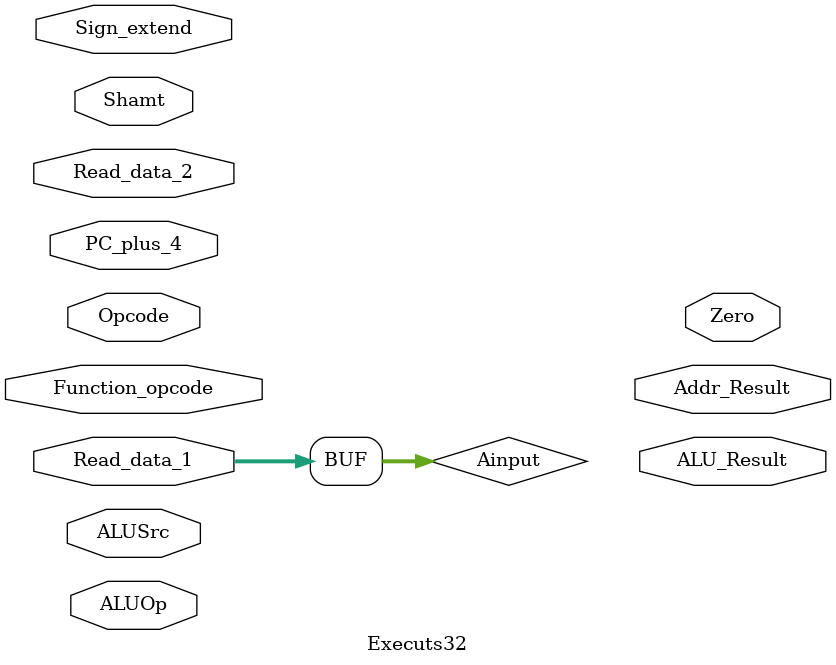
<source format=v>
`timescale 1ns / 1ps


module Executs32 (Read_data_1, Read_data_2, Sign_extend, Opcode, Function_opcode, Shamt, PC_plus_4, ALUOp, ALUSrc, ALU_Result, Zero, Addr_Result);
// from Decoder
input[31:0] Read_data_1; //the source of Ainput
input[31:0] Read_data_2; //one of the sources of Binput
input[31:0] Sign_extend; //one of the sources of Binput
// from IFetch
input[5:0] Opcode; //instruction[31:26]
input[5:0] Function_opcode; //instructions[5:0]
input[4:0] Shamt; //instruction[10:6], the amount of shift bits
input[31:0] PC_plus_4; //pc+4
// from Controller
input[1:0] ALUOp; //{ (R_format || I_format) , (Branch || nBranch) }
input ALUSrc; // 1 means the 2nd operand is an immediate (except beq,bne£©input I_format; // 1 means I-Type instruction except beq, bne, LW, SWinput Sftmd;
output reg[31:0]  ALU_Result; // the ALU calculation result
output Zero; // 1 means the ALU_reslut is zero, 0 otherwise
output[31:0] Addr_Result; // the calculated instruction address
wire[31:0] Ainput,Binput; // two operands for calculation
wire[5:0] Exe_code; // use to generate ALU_ctrl. (I_format==0) ? Function_opcode : { 3'b000 , Opcode[2:0] };
wire[2:0] ALU_ctl; // the control signals which affact operation in ALU directely
wire[2:0] Sftm; // identify the types of shift instruction, equals to Function_opcode[2:0]
reg[31:0] Shift_Result; // the result of shift operation
reg[31:0] ALU_output_mux; // the result of arithmetic or logic calculation
wire[32:0] Branch_Addr; // the calculated address of the instruction, Addr_Result is Branch_Addr[31:0]

assign Ainput = Read_data_1;
assign Binput = (ALUSrc == 0) ? Read_data_2 : Sign_extend[31:0];

reg[31:0] ALU_output__mux;

endmodule


</source>
